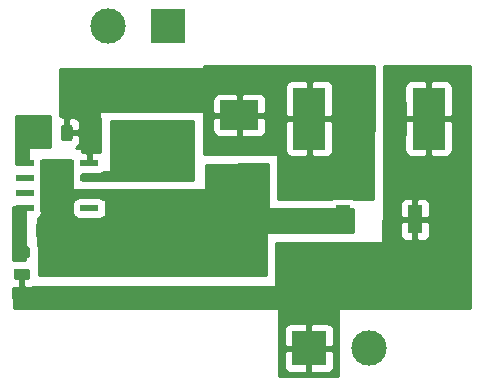
<source format=gbr>
G04 #@! TF.GenerationSoftware,KiCad,Pcbnew,(5.1.5)-3*
G04 #@! TF.CreationDate,2020-11-29T18:23:40-05:00*
G04 #@! TF.ProjectId,Buck_Controle,4275636b-5f43-46f6-9e74-726f6c652e6b,rev?*
G04 #@! TF.SameCoordinates,Original*
G04 #@! TF.FileFunction,Copper,L1,Top*
G04 #@! TF.FilePolarity,Positive*
%FSLAX46Y46*%
G04 Gerber Fmt 4.6, Leading zero omitted, Abs format (unit mm)*
G04 Created by KiCad (PCBNEW (5.1.5)-3) date 2020-11-29 18:23:40*
%MOMM*%
%LPD*%
G04 APERTURE LIST*
%ADD10C,3.000000*%
%ADD11R,3.000000X3.000000*%
%ADD12C,0.100000*%
%ADD13R,1.300000X2.400000*%
%ADD14R,2.800000X5.300000*%
%ADD15R,2.600000X3.100000*%
%ADD16R,2.950000X4.500000*%
%ADD17R,1.550000X0.600000*%
%ADD18C,0.600000*%
%ADD19R,3.300000X2.500000*%
%ADD20C,0.800000*%
%ADD21C,0.250000*%
%ADD22C,0.254000*%
G04 APERTURE END LIST*
D10*
X227500000Y-98250000D03*
D11*
X222420000Y-98250000D03*
D10*
X205420000Y-71000000D03*
D11*
X210500000Y-71000000D03*
G04 #@! TA.AperFunction,SMDPad,CuDef*
D12*
G36*
X202197642Y-79311174D02*
G01*
X202221303Y-79314684D01*
X202244507Y-79320496D01*
X202267029Y-79328554D01*
X202288653Y-79338782D01*
X202309170Y-79351079D01*
X202328383Y-79365329D01*
X202346107Y-79381393D01*
X202362171Y-79399117D01*
X202376421Y-79418330D01*
X202388718Y-79438847D01*
X202398946Y-79460471D01*
X202407004Y-79482993D01*
X202412816Y-79506197D01*
X202416326Y-79529858D01*
X202417500Y-79553750D01*
X202417500Y-80466250D01*
X202416326Y-80490142D01*
X202412816Y-80513803D01*
X202407004Y-80537007D01*
X202398946Y-80559529D01*
X202388718Y-80581153D01*
X202376421Y-80601670D01*
X202362171Y-80620883D01*
X202346107Y-80638607D01*
X202328383Y-80654671D01*
X202309170Y-80668921D01*
X202288653Y-80681218D01*
X202267029Y-80691446D01*
X202244507Y-80699504D01*
X202221303Y-80705316D01*
X202197642Y-80708826D01*
X202173750Y-80710000D01*
X201686250Y-80710000D01*
X201662358Y-80708826D01*
X201638697Y-80705316D01*
X201615493Y-80699504D01*
X201592971Y-80691446D01*
X201571347Y-80681218D01*
X201550830Y-80668921D01*
X201531617Y-80654671D01*
X201513893Y-80638607D01*
X201497829Y-80620883D01*
X201483579Y-80601670D01*
X201471282Y-80581153D01*
X201461054Y-80559529D01*
X201452996Y-80537007D01*
X201447184Y-80513803D01*
X201443674Y-80490142D01*
X201442500Y-80466250D01*
X201442500Y-79553750D01*
X201443674Y-79529858D01*
X201447184Y-79506197D01*
X201452996Y-79482993D01*
X201461054Y-79460471D01*
X201471282Y-79438847D01*
X201483579Y-79418330D01*
X201497829Y-79399117D01*
X201513893Y-79381393D01*
X201531617Y-79365329D01*
X201550830Y-79351079D01*
X201571347Y-79338782D01*
X201592971Y-79328554D01*
X201615493Y-79320496D01*
X201638697Y-79314684D01*
X201662358Y-79311174D01*
X201686250Y-79310000D01*
X202173750Y-79310000D01*
X202197642Y-79311174D01*
G37*
G04 #@! TD.AperFunction*
G04 #@! TA.AperFunction,SMDPad,CuDef*
G36*
X200322642Y-79311174D02*
G01*
X200346303Y-79314684D01*
X200369507Y-79320496D01*
X200392029Y-79328554D01*
X200413653Y-79338782D01*
X200434170Y-79351079D01*
X200453383Y-79365329D01*
X200471107Y-79381393D01*
X200487171Y-79399117D01*
X200501421Y-79418330D01*
X200513718Y-79438847D01*
X200523946Y-79460471D01*
X200532004Y-79482993D01*
X200537816Y-79506197D01*
X200541326Y-79529858D01*
X200542500Y-79553750D01*
X200542500Y-80466250D01*
X200541326Y-80490142D01*
X200537816Y-80513803D01*
X200532004Y-80537007D01*
X200523946Y-80559529D01*
X200513718Y-80581153D01*
X200501421Y-80601670D01*
X200487171Y-80620883D01*
X200471107Y-80638607D01*
X200453383Y-80654671D01*
X200434170Y-80668921D01*
X200413653Y-80681218D01*
X200392029Y-80691446D01*
X200369507Y-80699504D01*
X200346303Y-80705316D01*
X200322642Y-80708826D01*
X200298750Y-80710000D01*
X199811250Y-80710000D01*
X199787358Y-80708826D01*
X199763697Y-80705316D01*
X199740493Y-80699504D01*
X199717971Y-80691446D01*
X199696347Y-80681218D01*
X199675830Y-80668921D01*
X199656617Y-80654671D01*
X199638893Y-80638607D01*
X199622829Y-80620883D01*
X199608579Y-80601670D01*
X199596282Y-80581153D01*
X199586054Y-80559529D01*
X199577996Y-80537007D01*
X199572184Y-80513803D01*
X199568674Y-80490142D01*
X199567500Y-80466250D01*
X199567500Y-79553750D01*
X199568674Y-79529858D01*
X199572184Y-79506197D01*
X199577996Y-79482993D01*
X199586054Y-79460471D01*
X199596282Y-79438847D01*
X199608579Y-79418330D01*
X199622829Y-79399117D01*
X199638893Y-79381393D01*
X199656617Y-79365329D01*
X199675830Y-79351079D01*
X199696347Y-79338782D01*
X199717971Y-79328554D01*
X199740493Y-79320496D01*
X199763697Y-79314684D01*
X199787358Y-79311174D01*
X199811250Y-79310000D01*
X200298750Y-79310000D01*
X200322642Y-79311174D01*
G37*
G04 #@! TD.AperFunction*
D13*
X225300000Y-87350000D03*
X231400000Y-87350000D03*
D14*
X222450000Y-78800000D03*
X232550000Y-78800000D03*
G04 #@! TA.AperFunction,SMDPad,CuDef*
D12*
G36*
X200087142Y-87566174D02*
G01*
X200110803Y-87569684D01*
X200134007Y-87575496D01*
X200156529Y-87583554D01*
X200178153Y-87593782D01*
X200198670Y-87606079D01*
X200217883Y-87620329D01*
X200235607Y-87636393D01*
X200251671Y-87654117D01*
X200265921Y-87673330D01*
X200278218Y-87693847D01*
X200288446Y-87715471D01*
X200296504Y-87737993D01*
X200302316Y-87761197D01*
X200305826Y-87784858D01*
X200307000Y-87808750D01*
X200307000Y-88721250D01*
X200305826Y-88745142D01*
X200302316Y-88768803D01*
X200296504Y-88792007D01*
X200288446Y-88814529D01*
X200278218Y-88836153D01*
X200265921Y-88856670D01*
X200251671Y-88875883D01*
X200235607Y-88893607D01*
X200217883Y-88909671D01*
X200198670Y-88923921D01*
X200178153Y-88936218D01*
X200156529Y-88946446D01*
X200134007Y-88954504D01*
X200110803Y-88960316D01*
X200087142Y-88963826D01*
X200063250Y-88965000D01*
X199575750Y-88965000D01*
X199551858Y-88963826D01*
X199528197Y-88960316D01*
X199504993Y-88954504D01*
X199482471Y-88946446D01*
X199460847Y-88936218D01*
X199440330Y-88923921D01*
X199421117Y-88909671D01*
X199403393Y-88893607D01*
X199387329Y-88875883D01*
X199373079Y-88856670D01*
X199360782Y-88836153D01*
X199350554Y-88814529D01*
X199342496Y-88792007D01*
X199336684Y-88768803D01*
X199333174Y-88745142D01*
X199332000Y-88721250D01*
X199332000Y-87808750D01*
X199333174Y-87784858D01*
X199336684Y-87761197D01*
X199342496Y-87737993D01*
X199350554Y-87715471D01*
X199360782Y-87693847D01*
X199373079Y-87673330D01*
X199387329Y-87654117D01*
X199403393Y-87636393D01*
X199421117Y-87620329D01*
X199440330Y-87606079D01*
X199460847Y-87593782D01*
X199482471Y-87583554D01*
X199504993Y-87575496D01*
X199528197Y-87569684D01*
X199551858Y-87566174D01*
X199575750Y-87565000D01*
X200063250Y-87565000D01*
X200087142Y-87566174D01*
G37*
G04 #@! TD.AperFunction*
G04 #@! TA.AperFunction,SMDPad,CuDef*
G36*
X198212142Y-87566174D02*
G01*
X198235803Y-87569684D01*
X198259007Y-87575496D01*
X198281529Y-87583554D01*
X198303153Y-87593782D01*
X198323670Y-87606079D01*
X198342883Y-87620329D01*
X198360607Y-87636393D01*
X198376671Y-87654117D01*
X198390921Y-87673330D01*
X198403218Y-87693847D01*
X198413446Y-87715471D01*
X198421504Y-87737993D01*
X198427316Y-87761197D01*
X198430826Y-87784858D01*
X198432000Y-87808750D01*
X198432000Y-88721250D01*
X198430826Y-88745142D01*
X198427316Y-88768803D01*
X198421504Y-88792007D01*
X198413446Y-88814529D01*
X198403218Y-88836153D01*
X198390921Y-88856670D01*
X198376671Y-88875883D01*
X198360607Y-88893607D01*
X198342883Y-88909671D01*
X198323670Y-88923921D01*
X198303153Y-88936218D01*
X198281529Y-88946446D01*
X198259007Y-88954504D01*
X198235803Y-88960316D01*
X198212142Y-88963826D01*
X198188250Y-88965000D01*
X197700750Y-88965000D01*
X197676858Y-88963826D01*
X197653197Y-88960316D01*
X197629993Y-88954504D01*
X197607471Y-88946446D01*
X197585847Y-88936218D01*
X197565330Y-88923921D01*
X197546117Y-88909671D01*
X197528393Y-88893607D01*
X197512329Y-88875883D01*
X197498079Y-88856670D01*
X197485782Y-88836153D01*
X197475554Y-88814529D01*
X197467496Y-88792007D01*
X197461684Y-88768803D01*
X197458174Y-88745142D01*
X197457000Y-88721250D01*
X197457000Y-87808750D01*
X197458174Y-87784858D01*
X197461684Y-87761197D01*
X197467496Y-87737993D01*
X197475554Y-87715471D01*
X197485782Y-87693847D01*
X197498079Y-87673330D01*
X197512329Y-87654117D01*
X197528393Y-87636393D01*
X197546117Y-87620329D01*
X197565330Y-87606079D01*
X197585847Y-87593782D01*
X197607471Y-87583554D01*
X197629993Y-87575496D01*
X197653197Y-87569684D01*
X197676858Y-87566174D01*
X197700750Y-87565000D01*
X198188250Y-87565000D01*
X198212142Y-87566174D01*
G37*
G04 #@! TD.AperFunction*
G04 #@! TA.AperFunction,SMDPad,CuDef*
G36*
X198600142Y-91510174D02*
G01*
X198623803Y-91513684D01*
X198647007Y-91519496D01*
X198669529Y-91527554D01*
X198691153Y-91537782D01*
X198711670Y-91550079D01*
X198730883Y-91564329D01*
X198748607Y-91580393D01*
X198764671Y-91598117D01*
X198778921Y-91617330D01*
X198791218Y-91637847D01*
X198801446Y-91659471D01*
X198809504Y-91681993D01*
X198815316Y-91705197D01*
X198818826Y-91728858D01*
X198820000Y-91752750D01*
X198820000Y-92240250D01*
X198818826Y-92264142D01*
X198815316Y-92287803D01*
X198809504Y-92311007D01*
X198801446Y-92333529D01*
X198791218Y-92355153D01*
X198778921Y-92375670D01*
X198764671Y-92394883D01*
X198748607Y-92412607D01*
X198730883Y-92428671D01*
X198711670Y-92442921D01*
X198691153Y-92455218D01*
X198669529Y-92465446D01*
X198647007Y-92473504D01*
X198623803Y-92479316D01*
X198600142Y-92482826D01*
X198576250Y-92484000D01*
X197663750Y-92484000D01*
X197639858Y-92482826D01*
X197616197Y-92479316D01*
X197592993Y-92473504D01*
X197570471Y-92465446D01*
X197548847Y-92455218D01*
X197528330Y-92442921D01*
X197509117Y-92428671D01*
X197491393Y-92412607D01*
X197475329Y-92394883D01*
X197461079Y-92375670D01*
X197448782Y-92355153D01*
X197438554Y-92333529D01*
X197430496Y-92311007D01*
X197424684Y-92287803D01*
X197421174Y-92264142D01*
X197420000Y-92240250D01*
X197420000Y-91752750D01*
X197421174Y-91728858D01*
X197424684Y-91705197D01*
X197430496Y-91681993D01*
X197438554Y-91659471D01*
X197448782Y-91637847D01*
X197461079Y-91617330D01*
X197475329Y-91598117D01*
X197491393Y-91580393D01*
X197509117Y-91564329D01*
X197528330Y-91550079D01*
X197548847Y-91537782D01*
X197570471Y-91527554D01*
X197592993Y-91519496D01*
X197616197Y-91513684D01*
X197639858Y-91510174D01*
X197663750Y-91509000D01*
X198576250Y-91509000D01*
X198600142Y-91510174D01*
G37*
G04 #@! TD.AperFunction*
G04 #@! TA.AperFunction,SMDPad,CuDef*
G36*
X198600142Y-89635174D02*
G01*
X198623803Y-89638684D01*
X198647007Y-89644496D01*
X198669529Y-89652554D01*
X198691153Y-89662782D01*
X198711670Y-89675079D01*
X198730883Y-89689329D01*
X198748607Y-89705393D01*
X198764671Y-89723117D01*
X198778921Y-89742330D01*
X198791218Y-89762847D01*
X198801446Y-89784471D01*
X198809504Y-89806993D01*
X198815316Y-89830197D01*
X198818826Y-89853858D01*
X198820000Y-89877750D01*
X198820000Y-90365250D01*
X198818826Y-90389142D01*
X198815316Y-90412803D01*
X198809504Y-90436007D01*
X198801446Y-90458529D01*
X198791218Y-90480153D01*
X198778921Y-90500670D01*
X198764671Y-90519883D01*
X198748607Y-90537607D01*
X198730883Y-90553671D01*
X198711670Y-90567921D01*
X198691153Y-90580218D01*
X198669529Y-90590446D01*
X198647007Y-90598504D01*
X198623803Y-90604316D01*
X198600142Y-90607826D01*
X198576250Y-90609000D01*
X197663750Y-90609000D01*
X197639858Y-90607826D01*
X197616197Y-90604316D01*
X197592993Y-90598504D01*
X197570471Y-90590446D01*
X197548847Y-90580218D01*
X197528330Y-90567921D01*
X197509117Y-90553671D01*
X197491393Y-90537607D01*
X197475329Y-90519883D01*
X197461079Y-90500670D01*
X197448782Y-90480153D01*
X197438554Y-90458529D01*
X197430496Y-90436007D01*
X197424684Y-90412803D01*
X197421174Y-90389142D01*
X197420000Y-90365250D01*
X197420000Y-89877750D01*
X197421174Y-89853858D01*
X197424684Y-89830197D01*
X197430496Y-89806993D01*
X197438554Y-89784471D01*
X197448782Y-89762847D01*
X197461079Y-89742330D01*
X197475329Y-89723117D01*
X197491393Y-89705393D01*
X197509117Y-89689329D01*
X197528330Y-89675079D01*
X197548847Y-89662782D01*
X197570471Y-89652554D01*
X197592993Y-89644496D01*
X197616197Y-89638684D01*
X197639858Y-89635174D01*
X197663750Y-89634000D01*
X198576250Y-89634000D01*
X198600142Y-89635174D01*
G37*
G04 #@! TD.AperFunction*
D15*
X201105001Y-84485001D03*
D16*
X201105001Y-84485001D03*
D17*
X198405001Y-82580001D03*
X198405001Y-83850001D03*
X198405001Y-85120001D03*
X198405001Y-86390001D03*
X203805001Y-86390001D03*
X203805001Y-85120001D03*
X203805001Y-83850001D03*
X203805001Y-82580001D03*
D18*
X200505001Y-82685001D03*
X200505001Y-83885001D03*
X201705001Y-83885001D03*
X201705001Y-82685001D03*
X200505001Y-86285001D03*
X200505001Y-85185001D03*
X201705001Y-85185001D03*
X201705001Y-86285001D03*
D19*
X216535000Y-78515000D03*
X216535000Y-85315000D03*
G04 #@! TA.AperFunction,SMDPad,CuDef*
D12*
G36*
X210665142Y-82901174D02*
G01*
X210688803Y-82904684D01*
X210712007Y-82910496D01*
X210734529Y-82918554D01*
X210756153Y-82928782D01*
X210776670Y-82941079D01*
X210795883Y-82955329D01*
X210813607Y-82971393D01*
X210829671Y-82989117D01*
X210843921Y-83008330D01*
X210856218Y-83028847D01*
X210866446Y-83050471D01*
X210874504Y-83072993D01*
X210880316Y-83096197D01*
X210883826Y-83119858D01*
X210885000Y-83143750D01*
X210885000Y-83631250D01*
X210883826Y-83655142D01*
X210880316Y-83678803D01*
X210874504Y-83702007D01*
X210866446Y-83724529D01*
X210856218Y-83746153D01*
X210843921Y-83766670D01*
X210829671Y-83785883D01*
X210813607Y-83803607D01*
X210795883Y-83819671D01*
X210776670Y-83833921D01*
X210756153Y-83846218D01*
X210734529Y-83856446D01*
X210712007Y-83864504D01*
X210688803Y-83870316D01*
X210665142Y-83873826D01*
X210641250Y-83875000D01*
X209728750Y-83875000D01*
X209704858Y-83873826D01*
X209681197Y-83870316D01*
X209657993Y-83864504D01*
X209635471Y-83856446D01*
X209613847Y-83846218D01*
X209593330Y-83833921D01*
X209574117Y-83819671D01*
X209556393Y-83803607D01*
X209540329Y-83785883D01*
X209526079Y-83766670D01*
X209513782Y-83746153D01*
X209503554Y-83724529D01*
X209495496Y-83702007D01*
X209489684Y-83678803D01*
X209486174Y-83655142D01*
X209485000Y-83631250D01*
X209485000Y-83143750D01*
X209486174Y-83119858D01*
X209489684Y-83096197D01*
X209495496Y-83072993D01*
X209503554Y-83050471D01*
X209513782Y-83028847D01*
X209526079Y-83008330D01*
X209540329Y-82989117D01*
X209556393Y-82971393D01*
X209574117Y-82955329D01*
X209593330Y-82941079D01*
X209613847Y-82928782D01*
X209635471Y-82918554D01*
X209657993Y-82910496D01*
X209681197Y-82904684D01*
X209704858Y-82901174D01*
X209728750Y-82900000D01*
X210641250Y-82900000D01*
X210665142Y-82901174D01*
G37*
G04 #@! TD.AperFunction*
G04 #@! TA.AperFunction,SMDPad,CuDef*
G36*
X210665142Y-84776174D02*
G01*
X210688803Y-84779684D01*
X210712007Y-84785496D01*
X210734529Y-84793554D01*
X210756153Y-84803782D01*
X210776670Y-84816079D01*
X210795883Y-84830329D01*
X210813607Y-84846393D01*
X210829671Y-84864117D01*
X210843921Y-84883330D01*
X210856218Y-84903847D01*
X210866446Y-84925471D01*
X210874504Y-84947993D01*
X210880316Y-84971197D01*
X210883826Y-84994858D01*
X210885000Y-85018750D01*
X210885000Y-85506250D01*
X210883826Y-85530142D01*
X210880316Y-85553803D01*
X210874504Y-85577007D01*
X210866446Y-85599529D01*
X210856218Y-85621153D01*
X210843921Y-85641670D01*
X210829671Y-85660883D01*
X210813607Y-85678607D01*
X210795883Y-85694671D01*
X210776670Y-85708921D01*
X210756153Y-85721218D01*
X210734529Y-85731446D01*
X210712007Y-85739504D01*
X210688803Y-85745316D01*
X210665142Y-85748826D01*
X210641250Y-85750000D01*
X209728750Y-85750000D01*
X209704858Y-85748826D01*
X209681197Y-85745316D01*
X209657993Y-85739504D01*
X209635471Y-85731446D01*
X209613847Y-85721218D01*
X209593330Y-85708921D01*
X209574117Y-85694671D01*
X209556393Y-85678607D01*
X209540329Y-85660883D01*
X209526079Y-85641670D01*
X209513782Y-85621153D01*
X209503554Y-85599529D01*
X209495496Y-85577007D01*
X209489684Y-85553803D01*
X209486174Y-85530142D01*
X209485000Y-85506250D01*
X209485000Y-85018750D01*
X209486174Y-84994858D01*
X209489684Y-84971197D01*
X209495496Y-84947993D01*
X209503554Y-84925471D01*
X209513782Y-84903847D01*
X209526079Y-84883330D01*
X209540329Y-84864117D01*
X209556393Y-84846393D01*
X209574117Y-84830329D01*
X209593330Y-84816079D01*
X209613847Y-84803782D01*
X209635471Y-84793554D01*
X209657993Y-84785496D01*
X209681197Y-84779684D01*
X209704858Y-84776174D01*
X209728750Y-84775000D01*
X210641250Y-84775000D01*
X210665142Y-84776174D01*
G37*
G04 #@! TD.AperFunction*
G04 #@! TA.AperFunction,SMDPad,CuDef*
G36*
X208760142Y-84776174D02*
G01*
X208783803Y-84779684D01*
X208807007Y-84785496D01*
X208829529Y-84793554D01*
X208851153Y-84803782D01*
X208871670Y-84816079D01*
X208890883Y-84830329D01*
X208908607Y-84846393D01*
X208924671Y-84864117D01*
X208938921Y-84883330D01*
X208951218Y-84903847D01*
X208961446Y-84925471D01*
X208969504Y-84947993D01*
X208975316Y-84971197D01*
X208978826Y-84994858D01*
X208980000Y-85018750D01*
X208980000Y-85506250D01*
X208978826Y-85530142D01*
X208975316Y-85553803D01*
X208969504Y-85577007D01*
X208961446Y-85599529D01*
X208951218Y-85621153D01*
X208938921Y-85641670D01*
X208924671Y-85660883D01*
X208908607Y-85678607D01*
X208890883Y-85694671D01*
X208871670Y-85708921D01*
X208851153Y-85721218D01*
X208829529Y-85731446D01*
X208807007Y-85739504D01*
X208783803Y-85745316D01*
X208760142Y-85748826D01*
X208736250Y-85750000D01*
X207823750Y-85750000D01*
X207799858Y-85748826D01*
X207776197Y-85745316D01*
X207752993Y-85739504D01*
X207730471Y-85731446D01*
X207708847Y-85721218D01*
X207688330Y-85708921D01*
X207669117Y-85694671D01*
X207651393Y-85678607D01*
X207635329Y-85660883D01*
X207621079Y-85641670D01*
X207608782Y-85621153D01*
X207598554Y-85599529D01*
X207590496Y-85577007D01*
X207584684Y-85553803D01*
X207581174Y-85530142D01*
X207580000Y-85506250D01*
X207580000Y-85018750D01*
X207581174Y-84994858D01*
X207584684Y-84971197D01*
X207590496Y-84947993D01*
X207598554Y-84925471D01*
X207608782Y-84903847D01*
X207621079Y-84883330D01*
X207635329Y-84864117D01*
X207651393Y-84846393D01*
X207669117Y-84830329D01*
X207688330Y-84816079D01*
X207708847Y-84803782D01*
X207730471Y-84793554D01*
X207752993Y-84785496D01*
X207776197Y-84779684D01*
X207799858Y-84776174D01*
X207823750Y-84775000D01*
X208736250Y-84775000D01*
X208760142Y-84776174D01*
G37*
G04 #@! TD.AperFunction*
G04 #@! TA.AperFunction,SMDPad,CuDef*
G36*
X208760142Y-82901174D02*
G01*
X208783803Y-82904684D01*
X208807007Y-82910496D01*
X208829529Y-82918554D01*
X208851153Y-82928782D01*
X208871670Y-82941079D01*
X208890883Y-82955329D01*
X208908607Y-82971393D01*
X208924671Y-82989117D01*
X208938921Y-83008330D01*
X208951218Y-83028847D01*
X208961446Y-83050471D01*
X208969504Y-83072993D01*
X208975316Y-83096197D01*
X208978826Y-83119858D01*
X208980000Y-83143750D01*
X208980000Y-83631250D01*
X208978826Y-83655142D01*
X208975316Y-83678803D01*
X208969504Y-83702007D01*
X208961446Y-83724529D01*
X208951218Y-83746153D01*
X208938921Y-83766670D01*
X208924671Y-83785883D01*
X208908607Y-83803607D01*
X208890883Y-83819671D01*
X208871670Y-83833921D01*
X208851153Y-83846218D01*
X208829529Y-83856446D01*
X208807007Y-83864504D01*
X208783803Y-83870316D01*
X208760142Y-83873826D01*
X208736250Y-83875000D01*
X207823750Y-83875000D01*
X207799858Y-83873826D01*
X207776197Y-83870316D01*
X207752993Y-83864504D01*
X207730471Y-83856446D01*
X207708847Y-83846218D01*
X207688330Y-83833921D01*
X207669117Y-83819671D01*
X207651393Y-83803607D01*
X207635329Y-83785883D01*
X207621079Y-83766670D01*
X207608782Y-83746153D01*
X207598554Y-83724529D01*
X207590496Y-83702007D01*
X207584684Y-83678803D01*
X207581174Y-83655142D01*
X207580000Y-83631250D01*
X207580000Y-83143750D01*
X207581174Y-83119858D01*
X207584684Y-83096197D01*
X207590496Y-83072993D01*
X207598554Y-83050471D01*
X207608782Y-83028847D01*
X207621079Y-83008330D01*
X207635329Y-82989117D01*
X207651393Y-82971393D01*
X207669117Y-82955329D01*
X207688330Y-82941079D01*
X207708847Y-82928782D01*
X207730471Y-82918554D01*
X207752993Y-82910496D01*
X207776197Y-82904684D01*
X207799858Y-82901174D01*
X207823750Y-82900000D01*
X208736250Y-82900000D01*
X208760142Y-82901174D01*
G37*
G04 #@! TD.AperFunction*
G04 #@! TA.AperFunction,SMDPad,CuDef*
G36*
X206855142Y-82901174D02*
G01*
X206878803Y-82904684D01*
X206902007Y-82910496D01*
X206924529Y-82918554D01*
X206946153Y-82928782D01*
X206966670Y-82941079D01*
X206985883Y-82955329D01*
X207003607Y-82971393D01*
X207019671Y-82989117D01*
X207033921Y-83008330D01*
X207046218Y-83028847D01*
X207056446Y-83050471D01*
X207064504Y-83072993D01*
X207070316Y-83096197D01*
X207073826Y-83119858D01*
X207075000Y-83143750D01*
X207075000Y-83631250D01*
X207073826Y-83655142D01*
X207070316Y-83678803D01*
X207064504Y-83702007D01*
X207056446Y-83724529D01*
X207046218Y-83746153D01*
X207033921Y-83766670D01*
X207019671Y-83785883D01*
X207003607Y-83803607D01*
X206985883Y-83819671D01*
X206966670Y-83833921D01*
X206946153Y-83846218D01*
X206924529Y-83856446D01*
X206902007Y-83864504D01*
X206878803Y-83870316D01*
X206855142Y-83873826D01*
X206831250Y-83875000D01*
X205918750Y-83875000D01*
X205894858Y-83873826D01*
X205871197Y-83870316D01*
X205847993Y-83864504D01*
X205825471Y-83856446D01*
X205803847Y-83846218D01*
X205783330Y-83833921D01*
X205764117Y-83819671D01*
X205746393Y-83803607D01*
X205730329Y-83785883D01*
X205716079Y-83766670D01*
X205703782Y-83746153D01*
X205693554Y-83724529D01*
X205685496Y-83702007D01*
X205679684Y-83678803D01*
X205676174Y-83655142D01*
X205675000Y-83631250D01*
X205675000Y-83143750D01*
X205676174Y-83119858D01*
X205679684Y-83096197D01*
X205685496Y-83072993D01*
X205693554Y-83050471D01*
X205703782Y-83028847D01*
X205716079Y-83008330D01*
X205730329Y-82989117D01*
X205746393Y-82971393D01*
X205764117Y-82955329D01*
X205783330Y-82941079D01*
X205803847Y-82928782D01*
X205825471Y-82918554D01*
X205847993Y-82910496D01*
X205871197Y-82904684D01*
X205894858Y-82901174D01*
X205918750Y-82900000D01*
X206831250Y-82900000D01*
X206855142Y-82901174D01*
G37*
G04 #@! TD.AperFunction*
G04 #@! TA.AperFunction,SMDPad,CuDef*
G36*
X206855142Y-84776174D02*
G01*
X206878803Y-84779684D01*
X206902007Y-84785496D01*
X206924529Y-84793554D01*
X206946153Y-84803782D01*
X206966670Y-84816079D01*
X206985883Y-84830329D01*
X207003607Y-84846393D01*
X207019671Y-84864117D01*
X207033921Y-84883330D01*
X207046218Y-84903847D01*
X207056446Y-84925471D01*
X207064504Y-84947993D01*
X207070316Y-84971197D01*
X207073826Y-84994858D01*
X207075000Y-85018750D01*
X207075000Y-85506250D01*
X207073826Y-85530142D01*
X207070316Y-85553803D01*
X207064504Y-85577007D01*
X207056446Y-85599529D01*
X207046218Y-85621153D01*
X207033921Y-85641670D01*
X207019671Y-85660883D01*
X207003607Y-85678607D01*
X206985883Y-85694671D01*
X206966670Y-85708921D01*
X206946153Y-85721218D01*
X206924529Y-85731446D01*
X206902007Y-85739504D01*
X206878803Y-85745316D01*
X206855142Y-85748826D01*
X206831250Y-85750000D01*
X205918750Y-85750000D01*
X205894858Y-85748826D01*
X205871197Y-85745316D01*
X205847993Y-85739504D01*
X205825471Y-85731446D01*
X205803847Y-85721218D01*
X205783330Y-85708921D01*
X205764117Y-85694671D01*
X205746393Y-85678607D01*
X205730329Y-85660883D01*
X205716079Y-85641670D01*
X205703782Y-85621153D01*
X205693554Y-85599529D01*
X205685496Y-85577007D01*
X205679684Y-85553803D01*
X205676174Y-85530142D01*
X205675000Y-85506250D01*
X205675000Y-85018750D01*
X205676174Y-84994858D01*
X205679684Y-84971197D01*
X205685496Y-84947993D01*
X205693554Y-84925471D01*
X205703782Y-84903847D01*
X205716079Y-84883330D01*
X205730329Y-84864117D01*
X205746393Y-84846393D01*
X205764117Y-84830329D01*
X205783330Y-84816079D01*
X205803847Y-84803782D01*
X205825471Y-84793554D01*
X205847993Y-84785496D01*
X205871197Y-84779684D01*
X205894858Y-84776174D01*
X205918750Y-84775000D01*
X206831250Y-84775000D01*
X206855142Y-84776174D01*
G37*
G04 #@! TD.AperFunction*
D20*
X206250000Y-80250000D03*
X208250000Y-80250000D03*
X210250000Y-80250000D03*
X210250000Y-81500000D03*
X208250000Y-81500000D03*
X206250000Y-81500000D03*
X212000000Y-80250000D03*
X212000000Y-81500000D03*
D21*
X200700003Y-84485001D02*
X201105001Y-84485001D01*
X203947500Y-85262500D02*
X203805001Y-85120001D01*
X201740001Y-85120001D02*
X201105001Y-84485001D01*
X231400000Y-88800000D02*
X231400000Y-87350000D01*
X231400000Y-90100000D02*
X231400000Y-88800000D01*
D22*
G36*
X236050703Y-94873000D02*
G01*
X197429870Y-94873000D01*
X197393173Y-93119430D01*
X197420000Y-93122072D01*
X197834250Y-93119000D01*
X197993000Y-92960250D01*
X197993000Y-92123500D01*
X197973000Y-92123500D01*
X197973000Y-91869500D01*
X197993000Y-91869500D01*
X197993000Y-91849500D01*
X198247000Y-91849500D01*
X198247000Y-91869500D01*
X198267000Y-91869500D01*
X198267000Y-92123500D01*
X198247000Y-92123500D01*
X198247000Y-92960250D01*
X198405750Y-93119000D01*
X198820000Y-93122072D01*
X198944482Y-93109812D01*
X199064180Y-93073502D01*
X199151178Y-93027000D01*
X219500000Y-93027000D01*
X219524776Y-93024560D01*
X219548601Y-93017333D01*
X219570557Y-93005597D01*
X219589803Y-92989803D01*
X219605597Y-92970557D01*
X219617333Y-92948601D01*
X219624560Y-92924776D01*
X219627000Y-92900000D01*
X219627000Y-89377000D01*
X228600000Y-89377000D01*
X228624776Y-89374560D01*
X228648601Y-89367333D01*
X228670557Y-89355597D01*
X228689803Y-89339803D01*
X228705597Y-89320557D01*
X228717333Y-89298601D01*
X228724560Y-89274776D01*
X228726998Y-89250762D01*
X228731202Y-88550000D01*
X230111928Y-88550000D01*
X230124188Y-88674482D01*
X230160498Y-88794180D01*
X230219463Y-88904494D01*
X230298815Y-89001185D01*
X230395506Y-89080537D01*
X230505820Y-89139502D01*
X230625518Y-89175812D01*
X230750000Y-89188072D01*
X231114250Y-89185000D01*
X231273000Y-89026250D01*
X231273000Y-87477000D01*
X231527000Y-87477000D01*
X231527000Y-89026250D01*
X231685750Y-89185000D01*
X232050000Y-89188072D01*
X232174482Y-89175812D01*
X232294180Y-89139502D01*
X232404494Y-89080537D01*
X232501185Y-89001185D01*
X232580537Y-88904494D01*
X232639502Y-88794180D01*
X232675812Y-88674482D01*
X232688072Y-88550000D01*
X232685000Y-87635750D01*
X232526250Y-87477000D01*
X231527000Y-87477000D01*
X231273000Y-87477000D01*
X230273750Y-87477000D01*
X230115000Y-87635750D01*
X230111928Y-88550000D01*
X228731202Y-88550000D01*
X228745602Y-86150000D01*
X230111928Y-86150000D01*
X230115000Y-87064250D01*
X230273750Y-87223000D01*
X231273000Y-87223000D01*
X231273000Y-85673750D01*
X231527000Y-85673750D01*
X231527000Y-87223000D01*
X232526250Y-87223000D01*
X232685000Y-87064250D01*
X232688072Y-86150000D01*
X232675812Y-86025518D01*
X232639502Y-85905820D01*
X232580537Y-85795506D01*
X232501185Y-85698815D01*
X232404494Y-85619463D01*
X232294180Y-85560498D01*
X232174482Y-85524188D01*
X232050000Y-85511928D01*
X231685750Y-85515000D01*
X231527000Y-85673750D01*
X231273000Y-85673750D01*
X231114250Y-85515000D01*
X230750000Y-85511928D01*
X230625518Y-85524188D01*
X230505820Y-85560498D01*
X230395506Y-85619463D01*
X230298815Y-85698815D01*
X230219463Y-85795506D01*
X230160498Y-85905820D01*
X230124188Y-86025518D01*
X230111928Y-86150000D01*
X228745602Y-86150000D01*
X228773802Y-81450000D01*
X230511928Y-81450000D01*
X230524188Y-81574482D01*
X230560498Y-81694180D01*
X230619463Y-81804494D01*
X230698815Y-81901185D01*
X230795506Y-81980537D01*
X230905820Y-82039502D01*
X231025518Y-82075812D01*
X231150000Y-82088072D01*
X232264250Y-82085000D01*
X232423000Y-81926250D01*
X232423000Y-78927000D01*
X232677000Y-78927000D01*
X232677000Y-81926250D01*
X232835750Y-82085000D01*
X233950000Y-82088072D01*
X234074482Y-82075812D01*
X234194180Y-82039502D01*
X234304494Y-81980537D01*
X234401185Y-81901185D01*
X234480537Y-81804494D01*
X234539502Y-81694180D01*
X234575812Y-81574482D01*
X234588072Y-81450000D01*
X234585000Y-79085750D01*
X234426250Y-78927000D01*
X232677000Y-78927000D01*
X232423000Y-78927000D01*
X230673750Y-78927000D01*
X230515000Y-79085750D01*
X230511928Y-81450000D01*
X228773802Y-81450000D01*
X228805602Y-76150000D01*
X230511928Y-76150000D01*
X230515000Y-78514250D01*
X230673750Y-78673000D01*
X232423000Y-78673000D01*
X232423000Y-75673750D01*
X232677000Y-75673750D01*
X232677000Y-78673000D01*
X234426250Y-78673000D01*
X234585000Y-78514250D01*
X234588072Y-76150000D01*
X234575812Y-76025518D01*
X234539502Y-75905820D01*
X234480537Y-75795506D01*
X234401185Y-75698815D01*
X234304494Y-75619463D01*
X234194180Y-75560498D01*
X234074482Y-75524188D01*
X233950000Y-75511928D01*
X232835750Y-75515000D01*
X232677000Y-75673750D01*
X232423000Y-75673750D01*
X232264250Y-75515000D01*
X231150000Y-75511928D01*
X231025518Y-75524188D01*
X230905820Y-75560498D01*
X230795506Y-75619463D01*
X230698815Y-75698815D01*
X230619463Y-75795506D01*
X230560498Y-75905820D01*
X230524188Y-76025518D01*
X230511928Y-76150000D01*
X228805602Y-76150000D01*
X228816241Y-74377000D01*
X236064943Y-74377000D01*
X236050703Y-94873000D01*
G37*
X236050703Y-94873000D02*
X197429870Y-94873000D01*
X197393173Y-93119430D01*
X197420000Y-93122072D01*
X197834250Y-93119000D01*
X197993000Y-92960250D01*
X197993000Y-92123500D01*
X197973000Y-92123500D01*
X197973000Y-91869500D01*
X197993000Y-91869500D01*
X197993000Y-91849500D01*
X198247000Y-91849500D01*
X198247000Y-91869500D01*
X198267000Y-91869500D01*
X198267000Y-92123500D01*
X198247000Y-92123500D01*
X198247000Y-92960250D01*
X198405750Y-93119000D01*
X198820000Y-93122072D01*
X198944482Y-93109812D01*
X199064180Y-93073502D01*
X199151178Y-93027000D01*
X219500000Y-93027000D01*
X219524776Y-93024560D01*
X219548601Y-93017333D01*
X219570557Y-93005597D01*
X219589803Y-92989803D01*
X219605597Y-92970557D01*
X219617333Y-92948601D01*
X219624560Y-92924776D01*
X219627000Y-92900000D01*
X219627000Y-89377000D01*
X228600000Y-89377000D01*
X228624776Y-89374560D01*
X228648601Y-89367333D01*
X228670557Y-89355597D01*
X228689803Y-89339803D01*
X228705597Y-89320557D01*
X228717333Y-89298601D01*
X228724560Y-89274776D01*
X228726998Y-89250762D01*
X228731202Y-88550000D01*
X230111928Y-88550000D01*
X230124188Y-88674482D01*
X230160498Y-88794180D01*
X230219463Y-88904494D01*
X230298815Y-89001185D01*
X230395506Y-89080537D01*
X230505820Y-89139502D01*
X230625518Y-89175812D01*
X230750000Y-89188072D01*
X231114250Y-89185000D01*
X231273000Y-89026250D01*
X231273000Y-87477000D01*
X231527000Y-87477000D01*
X231527000Y-89026250D01*
X231685750Y-89185000D01*
X232050000Y-89188072D01*
X232174482Y-89175812D01*
X232294180Y-89139502D01*
X232404494Y-89080537D01*
X232501185Y-89001185D01*
X232580537Y-88904494D01*
X232639502Y-88794180D01*
X232675812Y-88674482D01*
X232688072Y-88550000D01*
X232685000Y-87635750D01*
X232526250Y-87477000D01*
X231527000Y-87477000D01*
X231273000Y-87477000D01*
X230273750Y-87477000D01*
X230115000Y-87635750D01*
X230111928Y-88550000D01*
X228731202Y-88550000D01*
X228745602Y-86150000D01*
X230111928Y-86150000D01*
X230115000Y-87064250D01*
X230273750Y-87223000D01*
X231273000Y-87223000D01*
X231273000Y-85673750D01*
X231527000Y-85673750D01*
X231527000Y-87223000D01*
X232526250Y-87223000D01*
X232685000Y-87064250D01*
X232688072Y-86150000D01*
X232675812Y-86025518D01*
X232639502Y-85905820D01*
X232580537Y-85795506D01*
X232501185Y-85698815D01*
X232404494Y-85619463D01*
X232294180Y-85560498D01*
X232174482Y-85524188D01*
X232050000Y-85511928D01*
X231685750Y-85515000D01*
X231527000Y-85673750D01*
X231273000Y-85673750D01*
X231114250Y-85515000D01*
X230750000Y-85511928D01*
X230625518Y-85524188D01*
X230505820Y-85560498D01*
X230395506Y-85619463D01*
X230298815Y-85698815D01*
X230219463Y-85795506D01*
X230160498Y-85905820D01*
X230124188Y-86025518D01*
X230111928Y-86150000D01*
X228745602Y-86150000D01*
X228773802Y-81450000D01*
X230511928Y-81450000D01*
X230524188Y-81574482D01*
X230560498Y-81694180D01*
X230619463Y-81804494D01*
X230698815Y-81901185D01*
X230795506Y-81980537D01*
X230905820Y-82039502D01*
X231025518Y-82075812D01*
X231150000Y-82088072D01*
X232264250Y-82085000D01*
X232423000Y-81926250D01*
X232423000Y-78927000D01*
X232677000Y-78927000D01*
X232677000Y-81926250D01*
X232835750Y-82085000D01*
X233950000Y-82088072D01*
X234074482Y-82075812D01*
X234194180Y-82039502D01*
X234304494Y-81980537D01*
X234401185Y-81901185D01*
X234480537Y-81804494D01*
X234539502Y-81694180D01*
X234575812Y-81574482D01*
X234588072Y-81450000D01*
X234585000Y-79085750D01*
X234426250Y-78927000D01*
X232677000Y-78927000D01*
X232423000Y-78927000D01*
X230673750Y-78927000D01*
X230515000Y-79085750D01*
X230511928Y-81450000D01*
X228773802Y-81450000D01*
X228805602Y-76150000D01*
X230511928Y-76150000D01*
X230515000Y-78514250D01*
X230673750Y-78673000D01*
X232423000Y-78673000D01*
X232423000Y-75673750D01*
X232677000Y-75673750D01*
X232677000Y-78673000D01*
X234426250Y-78673000D01*
X234585000Y-78514250D01*
X234588072Y-76150000D01*
X234575812Y-76025518D01*
X234539502Y-75905820D01*
X234480537Y-75795506D01*
X234401185Y-75698815D01*
X234304494Y-75619463D01*
X234194180Y-75560498D01*
X234074482Y-75524188D01*
X233950000Y-75511928D01*
X232835750Y-75515000D01*
X232677000Y-75673750D01*
X232423000Y-75673750D01*
X232264250Y-75515000D01*
X231150000Y-75511928D01*
X231025518Y-75524188D01*
X230905820Y-75560498D01*
X230795506Y-75619463D01*
X230698815Y-75698815D01*
X230619463Y-75795506D01*
X230560498Y-75905820D01*
X230524188Y-76025518D01*
X230511928Y-76150000D01*
X228805602Y-76150000D01*
X228816241Y-74377000D01*
X236064943Y-74377000D01*
X236050703Y-94873000D01*
G36*
X227838965Y-85598000D02*
G01*
X226264340Y-85598000D01*
X226194180Y-85560498D01*
X226074482Y-85524188D01*
X225950000Y-85511928D01*
X224650000Y-85511928D01*
X224525518Y-85524188D01*
X224405820Y-85560498D01*
X224335660Y-85598000D01*
X219837000Y-85598000D01*
X219837000Y-81915000D01*
X219834560Y-81890224D01*
X219827333Y-81866399D01*
X219815597Y-81844443D01*
X219799803Y-81825197D01*
X219780557Y-81809403D01*
X219758601Y-81797667D01*
X219734776Y-81790440D01*
X219710304Y-81788000D01*
X213576959Y-81773303D01*
X213576854Y-81450000D01*
X220411928Y-81450000D01*
X220424188Y-81574482D01*
X220460498Y-81694180D01*
X220519463Y-81804494D01*
X220598815Y-81901185D01*
X220695506Y-81980537D01*
X220805820Y-82039502D01*
X220925518Y-82075812D01*
X221050000Y-82088072D01*
X222164250Y-82085000D01*
X222323000Y-81926250D01*
X222323000Y-78927000D01*
X222577000Y-78927000D01*
X222577000Y-81926250D01*
X222735750Y-82085000D01*
X223850000Y-82088072D01*
X223974482Y-82075812D01*
X224094180Y-82039502D01*
X224204494Y-81980537D01*
X224301185Y-81901185D01*
X224380537Y-81804494D01*
X224439502Y-81694180D01*
X224475812Y-81574482D01*
X224488072Y-81450000D01*
X224485000Y-79085750D01*
X224326250Y-78927000D01*
X222577000Y-78927000D01*
X222323000Y-78927000D01*
X220573750Y-78927000D01*
X220415000Y-79085750D01*
X220411928Y-81450000D01*
X213576854Y-81450000D01*
X213576303Y-79765000D01*
X214246928Y-79765000D01*
X214259188Y-79889482D01*
X214295498Y-80009180D01*
X214354463Y-80119494D01*
X214433815Y-80216185D01*
X214530506Y-80295537D01*
X214640820Y-80354502D01*
X214760518Y-80390812D01*
X214885000Y-80403072D01*
X216249250Y-80400000D01*
X216408000Y-80241250D01*
X216408000Y-78642000D01*
X216662000Y-78642000D01*
X216662000Y-80241250D01*
X216820750Y-80400000D01*
X218185000Y-80403072D01*
X218309482Y-80390812D01*
X218429180Y-80354502D01*
X218539494Y-80295537D01*
X218636185Y-80216185D01*
X218715537Y-80119494D01*
X218774502Y-80009180D01*
X218810812Y-79889482D01*
X218823072Y-79765000D01*
X218820000Y-78800750D01*
X218661250Y-78642000D01*
X216662000Y-78642000D01*
X216408000Y-78642000D01*
X214408750Y-78642000D01*
X214250000Y-78800750D01*
X214246928Y-79765000D01*
X213576303Y-79765000D01*
X213575807Y-78249958D01*
X213573359Y-78225183D01*
X213566124Y-78201361D01*
X213554381Y-78179408D01*
X213538580Y-78160168D01*
X213519330Y-78144380D01*
X213497369Y-78132651D01*
X213473543Y-78125432D01*
X213448807Y-78123000D01*
X204750000Y-78123000D01*
X204725224Y-78125440D01*
X204701399Y-78132667D01*
X204679443Y-78144403D01*
X204660197Y-78160197D01*
X204644403Y-78179443D01*
X204632667Y-78201399D01*
X204625440Y-78225224D01*
X204623000Y-78250000D01*
X204623000Y-78613000D01*
X204625440Y-78637776D01*
X204632667Y-78661601D01*
X204644403Y-78683557D01*
X204660197Y-78702803D01*
X204679443Y-78718597D01*
X204701399Y-78730333D01*
X204724047Y-78737203D01*
X204725146Y-81660457D01*
X204704483Y-81654189D01*
X204580001Y-81641929D01*
X204090751Y-81645001D01*
X203932001Y-81803751D01*
X203932001Y-82453001D01*
X203952001Y-82453001D01*
X203952001Y-82473000D01*
X203658001Y-82473000D01*
X203658001Y-82453001D01*
X203678001Y-82453001D01*
X203678001Y-81803751D01*
X203519251Y-81645001D01*
X203226853Y-81643165D01*
X203226625Y-81399881D01*
X203224161Y-81375107D01*
X203216912Y-81351289D01*
X203205155Y-81329344D01*
X203189343Y-81310113D01*
X203170083Y-81294337D01*
X203148116Y-81282622D01*
X203124285Y-81275417D01*
X203099625Y-81273000D01*
X202711261Y-81273000D01*
X202771994Y-81240537D01*
X202868685Y-81161185D01*
X202948037Y-81064494D01*
X203007002Y-80954180D01*
X203043312Y-80834482D01*
X203055572Y-80710000D01*
X203052500Y-80295750D01*
X202893750Y-80137000D01*
X202057000Y-80137000D01*
X202057000Y-80157000D01*
X201803000Y-80157000D01*
X201803000Y-80137000D01*
X201783000Y-80137000D01*
X201783000Y-79883000D01*
X201803000Y-79883000D01*
X201803000Y-78833750D01*
X202057000Y-78833750D01*
X202057000Y-79883000D01*
X202893750Y-79883000D01*
X203052500Y-79724250D01*
X203055572Y-79310000D01*
X203043312Y-79185518D01*
X203007002Y-79065820D01*
X202948037Y-78955506D01*
X202868685Y-78858815D01*
X202771994Y-78779463D01*
X202661680Y-78720498D01*
X202541982Y-78684188D01*
X202417500Y-78671928D01*
X202215750Y-78675000D01*
X202057000Y-78833750D01*
X201803000Y-78833750D01*
X201644250Y-78675000D01*
X201601435Y-78674348D01*
X201589808Y-78660185D01*
X201570561Y-78644394D01*
X201548603Y-78632661D01*
X201524778Y-78625437D01*
X201500018Y-78623000D01*
X201377000Y-78623000D01*
X201377000Y-77265000D01*
X214246928Y-77265000D01*
X214250000Y-78229250D01*
X214408750Y-78388000D01*
X216408000Y-78388000D01*
X216408000Y-76788750D01*
X216662000Y-76788750D01*
X216662000Y-78388000D01*
X218661250Y-78388000D01*
X218820000Y-78229250D01*
X218823072Y-77265000D01*
X218810812Y-77140518D01*
X218774502Y-77020820D01*
X218715537Y-76910506D01*
X218636185Y-76813815D01*
X218539494Y-76734463D01*
X218429180Y-76675498D01*
X218309482Y-76639188D01*
X218185000Y-76626928D01*
X216820750Y-76630000D01*
X216662000Y-76788750D01*
X216408000Y-76788750D01*
X216249250Y-76630000D01*
X214885000Y-76626928D01*
X214760518Y-76639188D01*
X214640820Y-76675498D01*
X214530506Y-76734463D01*
X214433815Y-76813815D01*
X214354463Y-76910506D01*
X214295498Y-77020820D01*
X214259188Y-77140518D01*
X214246928Y-77265000D01*
X201377000Y-77265000D01*
X201377000Y-76150000D01*
X220411928Y-76150000D01*
X220415000Y-78514250D01*
X220573750Y-78673000D01*
X222323000Y-78673000D01*
X222323000Y-75673750D01*
X222577000Y-75673750D01*
X222577000Y-78673000D01*
X224326250Y-78673000D01*
X224485000Y-78514250D01*
X224488072Y-76150000D01*
X224475812Y-76025518D01*
X224439502Y-75905820D01*
X224380537Y-75795506D01*
X224301185Y-75698815D01*
X224204494Y-75619463D01*
X224094180Y-75560498D01*
X223974482Y-75524188D01*
X223850000Y-75511928D01*
X222735750Y-75515000D01*
X222577000Y-75673750D01*
X222323000Y-75673750D01*
X222164250Y-75515000D01*
X221050000Y-75511928D01*
X220925518Y-75524188D01*
X220805820Y-75560498D01*
X220695506Y-75619463D01*
X220598815Y-75698815D01*
X220519463Y-75795506D01*
X220460498Y-75905820D01*
X220424188Y-76025518D01*
X220411928Y-76150000D01*
X201377000Y-76150000D01*
X201377000Y-74627000D01*
X213447582Y-74627000D01*
X213472358Y-74624560D01*
X213496183Y-74617333D01*
X213518139Y-74605597D01*
X213537385Y-74589803D01*
X213553179Y-74570557D01*
X213564915Y-74548601D01*
X213572142Y-74524776D01*
X213574582Y-74499958D01*
X213574542Y-74377000D01*
X227924528Y-74377000D01*
X227838965Y-85598000D01*
G37*
X227838965Y-85598000D02*
X226264340Y-85598000D01*
X226194180Y-85560498D01*
X226074482Y-85524188D01*
X225950000Y-85511928D01*
X224650000Y-85511928D01*
X224525518Y-85524188D01*
X224405820Y-85560498D01*
X224335660Y-85598000D01*
X219837000Y-85598000D01*
X219837000Y-81915000D01*
X219834560Y-81890224D01*
X219827333Y-81866399D01*
X219815597Y-81844443D01*
X219799803Y-81825197D01*
X219780557Y-81809403D01*
X219758601Y-81797667D01*
X219734776Y-81790440D01*
X219710304Y-81788000D01*
X213576959Y-81773303D01*
X213576854Y-81450000D01*
X220411928Y-81450000D01*
X220424188Y-81574482D01*
X220460498Y-81694180D01*
X220519463Y-81804494D01*
X220598815Y-81901185D01*
X220695506Y-81980537D01*
X220805820Y-82039502D01*
X220925518Y-82075812D01*
X221050000Y-82088072D01*
X222164250Y-82085000D01*
X222323000Y-81926250D01*
X222323000Y-78927000D01*
X222577000Y-78927000D01*
X222577000Y-81926250D01*
X222735750Y-82085000D01*
X223850000Y-82088072D01*
X223974482Y-82075812D01*
X224094180Y-82039502D01*
X224204494Y-81980537D01*
X224301185Y-81901185D01*
X224380537Y-81804494D01*
X224439502Y-81694180D01*
X224475812Y-81574482D01*
X224488072Y-81450000D01*
X224485000Y-79085750D01*
X224326250Y-78927000D01*
X222577000Y-78927000D01*
X222323000Y-78927000D01*
X220573750Y-78927000D01*
X220415000Y-79085750D01*
X220411928Y-81450000D01*
X213576854Y-81450000D01*
X213576303Y-79765000D01*
X214246928Y-79765000D01*
X214259188Y-79889482D01*
X214295498Y-80009180D01*
X214354463Y-80119494D01*
X214433815Y-80216185D01*
X214530506Y-80295537D01*
X214640820Y-80354502D01*
X214760518Y-80390812D01*
X214885000Y-80403072D01*
X216249250Y-80400000D01*
X216408000Y-80241250D01*
X216408000Y-78642000D01*
X216662000Y-78642000D01*
X216662000Y-80241250D01*
X216820750Y-80400000D01*
X218185000Y-80403072D01*
X218309482Y-80390812D01*
X218429180Y-80354502D01*
X218539494Y-80295537D01*
X218636185Y-80216185D01*
X218715537Y-80119494D01*
X218774502Y-80009180D01*
X218810812Y-79889482D01*
X218823072Y-79765000D01*
X218820000Y-78800750D01*
X218661250Y-78642000D01*
X216662000Y-78642000D01*
X216408000Y-78642000D01*
X214408750Y-78642000D01*
X214250000Y-78800750D01*
X214246928Y-79765000D01*
X213576303Y-79765000D01*
X213575807Y-78249958D01*
X213573359Y-78225183D01*
X213566124Y-78201361D01*
X213554381Y-78179408D01*
X213538580Y-78160168D01*
X213519330Y-78144380D01*
X213497369Y-78132651D01*
X213473543Y-78125432D01*
X213448807Y-78123000D01*
X204750000Y-78123000D01*
X204725224Y-78125440D01*
X204701399Y-78132667D01*
X204679443Y-78144403D01*
X204660197Y-78160197D01*
X204644403Y-78179443D01*
X204632667Y-78201399D01*
X204625440Y-78225224D01*
X204623000Y-78250000D01*
X204623000Y-78613000D01*
X204625440Y-78637776D01*
X204632667Y-78661601D01*
X204644403Y-78683557D01*
X204660197Y-78702803D01*
X204679443Y-78718597D01*
X204701399Y-78730333D01*
X204724047Y-78737203D01*
X204725146Y-81660457D01*
X204704483Y-81654189D01*
X204580001Y-81641929D01*
X204090751Y-81645001D01*
X203932001Y-81803751D01*
X203932001Y-82453001D01*
X203952001Y-82453001D01*
X203952001Y-82473000D01*
X203658001Y-82473000D01*
X203658001Y-82453001D01*
X203678001Y-82453001D01*
X203678001Y-81803751D01*
X203519251Y-81645001D01*
X203226853Y-81643165D01*
X203226625Y-81399881D01*
X203224161Y-81375107D01*
X203216912Y-81351289D01*
X203205155Y-81329344D01*
X203189343Y-81310113D01*
X203170083Y-81294337D01*
X203148116Y-81282622D01*
X203124285Y-81275417D01*
X203099625Y-81273000D01*
X202711261Y-81273000D01*
X202771994Y-81240537D01*
X202868685Y-81161185D01*
X202948037Y-81064494D01*
X203007002Y-80954180D01*
X203043312Y-80834482D01*
X203055572Y-80710000D01*
X203052500Y-80295750D01*
X202893750Y-80137000D01*
X202057000Y-80137000D01*
X202057000Y-80157000D01*
X201803000Y-80157000D01*
X201803000Y-80137000D01*
X201783000Y-80137000D01*
X201783000Y-79883000D01*
X201803000Y-79883000D01*
X201803000Y-78833750D01*
X202057000Y-78833750D01*
X202057000Y-79883000D01*
X202893750Y-79883000D01*
X203052500Y-79724250D01*
X203055572Y-79310000D01*
X203043312Y-79185518D01*
X203007002Y-79065820D01*
X202948037Y-78955506D01*
X202868685Y-78858815D01*
X202771994Y-78779463D01*
X202661680Y-78720498D01*
X202541982Y-78684188D01*
X202417500Y-78671928D01*
X202215750Y-78675000D01*
X202057000Y-78833750D01*
X201803000Y-78833750D01*
X201644250Y-78675000D01*
X201601435Y-78674348D01*
X201589808Y-78660185D01*
X201570561Y-78644394D01*
X201548603Y-78632661D01*
X201524778Y-78625437D01*
X201500018Y-78623000D01*
X201377000Y-78623000D01*
X201377000Y-77265000D01*
X214246928Y-77265000D01*
X214250000Y-78229250D01*
X214408750Y-78388000D01*
X216408000Y-78388000D01*
X216408000Y-76788750D01*
X216662000Y-76788750D01*
X216662000Y-78388000D01*
X218661250Y-78388000D01*
X218820000Y-78229250D01*
X218823072Y-77265000D01*
X218810812Y-77140518D01*
X218774502Y-77020820D01*
X218715537Y-76910506D01*
X218636185Y-76813815D01*
X218539494Y-76734463D01*
X218429180Y-76675498D01*
X218309482Y-76639188D01*
X218185000Y-76626928D01*
X216820750Y-76630000D01*
X216662000Y-76788750D01*
X216408000Y-76788750D01*
X216249250Y-76630000D01*
X214885000Y-76626928D01*
X214760518Y-76639188D01*
X214640820Y-76675498D01*
X214530506Y-76734463D01*
X214433815Y-76813815D01*
X214354463Y-76910506D01*
X214295498Y-77020820D01*
X214259188Y-77140518D01*
X214246928Y-77265000D01*
X201377000Y-77265000D01*
X201377000Y-76150000D01*
X220411928Y-76150000D01*
X220415000Y-78514250D01*
X220573750Y-78673000D01*
X222323000Y-78673000D01*
X222323000Y-75673750D01*
X222577000Y-75673750D01*
X222577000Y-78673000D01*
X224326250Y-78673000D01*
X224485000Y-78514250D01*
X224488072Y-76150000D01*
X224475812Y-76025518D01*
X224439502Y-75905820D01*
X224380537Y-75795506D01*
X224301185Y-75698815D01*
X224204494Y-75619463D01*
X224094180Y-75560498D01*
X223974482Y-75524188D01*
X223850000Y-75511928D01*
X222735750Y-75515000D01*
X222577000Y-75673750D01*
X222323000Y-75673750D01*
X222164250Y-75515000D01*
X221050000Y-75511928D01*
X220925518Y-75524188D01*
X220805820Y-75560498D01*
X220695506Y-75619463D01*
X220598815Y-75698815D01*
X220519463Y-75795506D01*
X220460498Y-75905820D01*
X220424188Y-76025518D01*
X220411928Y-76150000D01*
X201377000Y-76150000D01*
X201377000Y-74627000D01*
X213447582Y-74627000D01*
X213472358Y-74624560D01*
X213496183Y-74617333D01*
X213518139Y-74605597D01*
X213537385Y-74589803D01*
X213553179Y-74570557D01*
X213564915Y-74548601D01*
X213572142Y-74524776D01*
X213574582Y-74499958D01*
X213574542Y-74377000D01*
X227924528Y-74377000D01*
X227838965Y-85598000D01*
G36*
X202273000Y-84709000D02*
G01*
X202275440Y-84733776D01*
X202282667Y-84757601D01*
X202294403Y-84779557D01*
X202310197Y-84798803D01*
X202329443Y-84814597D01*
X202351399Y-84826333D01*
X202375224Y-84833560D01*
X202400102Y-84836000D01*
X213600102Y-84827000D01*
X213624877Y-84824540D01*
X213648695Y-84817294D01*
X213670642Y-84805540D01*
X213689875Y-84789730D01*
X213705653Y-84770473D01*
X213717372Y-84748506D01*
X213724580Y-84724676D01*
X213727000Y-84700000D01*
X213727000Y-82725846D01*
X218948000Y-82678165D01*
X218948000Y-86300000D01*
X218950440Y-86324776D01*
X218957667Y-86348601D01*
X218969403Y-86370557D01*
X218985197Y-86389803D01*
X219004443Y-86405597D01*
X219026399Y-86417333D01*
X219050224Y-86424560D01*
X219075000Y-86427000D01*
X226123000Y-86427000D01*
X226123000Y-88373000D01*
X218900000Y-88373000D01*
X218875224Y-88375440D01*
X218851399Y-88382667D01*
X218829443Y-88394403D01*
X218810197Y-88410197D01*
X218794403Y-88429443D01*
X218782667Y-88451399D01*
X218775440Y-88475224D01*
X218773000Y-88500000D01*
X218773000Y-92073000D01*
X199526873Y-92073000D01*
X199522027Y-87227202D01*
X199534495Y-87220538D01*
X199631186Y-87141186D01*
X199710538Y-87044495D01*
X199769503Y-86934181D01*
X199805813Y-86814483D01*
X199818073Y-86690001D01*
X199818073Y-86090001D01*
X202391929Y-86090001D01*
X202391929Y-86690001D01*
X202404189Y-86814483D01*
X202438000Y-86925943D01*
X202438000Y-86995000D01*
X202440440Y-87019776D01*
X202447667Y-87043601D01*
X202459403Y-87065557D01*
X202475197Y-87084803D01*
X202494443Y-87100597D01*
X202516399Y-87112333D01*
X202540224Y-87119560D01*
X202562901Y-87121793D01*
X202578816Y-87141186D01*
X202675507Y-87220538D01*
X202785821Y-87279503D01*
X202905519Y-87315813D01*
X203030001Y-87328073D01*
X204580001Y-87328073D01*
X204704483Y-87315813D01*
X204824181Y-87279503D01*
X204934495Y-87220538D01*
X205031186Y-87141186D01*
X205046931Y-87122000D01*
X205105000Y-87122000D01*
X205129776Y-87119560D01*
X205153601Y-87112333D01*
X205175557Y-87100597D01*
X205194803Y-87084803D01*
X205210597Y-87065557D01*
X205222333Y-87043601D01*
X205229560Y-87019776D01*
X205232000Y-86995000D01*
X205232000Y-85725000D01*
X205229560Y-85700224D01*
X205222333Y-85676399D01*
X205210597Y-85654443D01*
X205194803Y-85635197D01*
X205175557Y-85619403D01*
X205153601Y-85607667D01*
X205129776Y-85600440D01*
X205105000Y-85598000D01*
X204981451Y-85598000D01*
X204934495Y-85559464D01*
X204824181Y-85500499D01*
X204704483Y-85464189D01*
X204580001Y-85451929D01*
X203030001Y-85451929D01*
X202905519Y-85464189D01*
X202785821Y-85500499D01*
X202675507Y-85559464D01*
X202628551Y-85598000D01*
X202565000Y-85598000D01*
X202540224Y-85600440D01*
X202516399Y-85607667D01*
X202494443Y-85619403D01*
X202475197Y-85635197D01*
X202459403Y-85654443D01*
X202447667Y-85676399D01*
X202440440Y-85700224D01*
X202438000Y-85725000D01*
X202438000Y-85854059D01*
X202404189Y-85965519D01*
X202391929Y-86090001D01*
X199818073Y-86090001D01*
X199805813Y-85965519D01*
X199769503Y-85845821D01*
X199720958Y-85755001D01*
X199769503Y-85664181D01*
X199805813Y-85544483D01*
X199818073Y-85420001D01*
X199818073Y-84820001D01*
X199805813Y-84695519D01*
X199769503Y-84575821D01*
X199720958Y-84485001D01*
X199769503Y-84394181D01*
X199805813Y-84274483D01*
X199818073Y-84150001D01*
X199818073Y-83550001D01*
X199805813Y-83425519D01*
X199769503Y-83305821D01*
X199720958Y-83215001D01*
X199769503Y-83124181D01*
X199805813Y-83004483D01*
X199818073Y-82880001D01*
X199818073Y-82327000D01*
X202273000Y-82327000D01*
X202273000Y-84709000D01*
G37*
X202273000Y-84709000D02*
X202275440Y-84733776D01*
X202282667Y-84757601D01*
X202294403Y-84779557D01*
X202310197Y-84798803D01*
X202329443Y-84814597D01*
X202351399Y-84826333D01*
X202375224Y-84833560D01*
X202400102Y-84836000D01*
X213600102Y-84827000D01*
X213624877Y-84824540D01*
X213648695Y-84817294D01*
X213670642Y-84805540D01*
X213689875Y-84789730D01*
X213705653Y-84770473D01*
X213717372Y-84748506D01*
X213724580Y-84724676D01*
X213727000Y-84700000D01*
X213727000Y-82725846D01*
X218948000Y-82678165D01*
X218948000Y-86300000D01*
X218950440Y-86324776D01*
X218957667Y-86348601D01*
X218969403Y-86370557D01*
X218985197Y-86389803D01*
X219004443Y-86405597D01*
X219026399Y-86417333D01*
X219050224Y-86424560D01*
X219075000Y-86427000D01*
X226123000Y-86427000D01*
X226123000Y-88373000D01*
X218900000Y-88373000D01*
X218875224Y-88375440D01*
X218851399Y-88382667D01*
X218829443Y-88394403D01*
X218810197Y-88410197D01*
X218794403Y-88429443D01*
X218782667Y-88451399D01*
X218775440Y-88475224D01*
X218773000Y-88500000D01*
X218773000Y-92073000D01*
X199526873Y-92073000D01*
X199522027Y-87227202D01*
X199534495Y-87220538D01*
X199631186Y-87141186D01*
X199710538Y-87044495D01*
X199769503Y-86934181D01*
X199805813Y-86814483D01*
X199818073Y-86690001D01*
X199818073Y-86090001D01*
X202391929Y-86090001D01*
X202391929Y-86690001D01*
X202404189Y-86814483D01*
X202438000Y-86925943D01*
X202438000Y-86995000D01*
X202440440Y-87019776D01*
X202447667Y-87043601D01*
X202459403Y-87065557D01*
X202475197Y-87084803D01*
X202494443Y-87100597D01*
X202516399Y-87112333D01*
X202540224Y-87119560D01*
X202562901Y-87121793D01*
X202578816Y-87141186D01*
X202675507Y-87220538D01*
X202785821Y-87279503D01*
X202905519Y-87315813D01*
X203030001Y-87328073D01*
X204580001Y-87328073D01*
X204704483Y-87315813D01*
X204824181Y-87279503D01*
X204934495Y-87220538D01*
X205031186Y-87141186D01*
X205046931Y-87122000D01*
X205105000Y-87122000D01*
X205129776Y-87119560D01*
X205153601Y-87112333D01*
X205175557Y-87100597D01*
X205194803Y-87084803D01*
X205210597Y-87065557D01*
X205222333Y-87043601D01*
X205229560Y-87019776D01*
X205232000Y-86995000D01*
X205232000Y-85725000D01*
X205229560Y-85700224D01*
X205222333Y-85676399D01*
X205210597Y-85654443D01*
X205194803Y-85635197D01*
X205175557Y-85619403D01*
X205153601Y-85607667D01*
X205129776Y-85600440D01*
X205105000Y-85598000D01*
X204981451Y-85598000D01*
X204934495Y-85559464D01*
X204824181Y-85500499D01*
X204704483Y-85464189D01*
X204580001Y-85451929D01*
X203030001Y-85451929D01*
X202905519Y-85464189D01*
X202785821Y-85500499D01*
X202675507Y-85559464D01*
X202628551Y-85598000D01*
X202565000Y-85598000D01*
X202540224Y-85600440D01*
X202516399Y-85607667D01*
X202494443Y-85619403D01*
X202475197Y-85635197D01*
X202459403Y-85654443D01*
X202447667Y-85676399D01*
X202440440Y-85700224D01*
X202438000Y-85725000D01*
X202438000Y-85854059D01*
X202404189Y-85965519D01*
X202391929Y-86090001D01*
X199818073Y-86090001D01*
X199805813Y-85965519D01*
X199769503Y-85845821D01*
X199720958Y-85755001D01*
X199769503Y-85664181D01*
X199805813Y-85544483D01*
X199818073Y-85420001D01*
X199818073Y-84820001D01*
X199805813Y-84695519D01*
X199769503Y-84575821D01*
X199720958Y-84485001D01*
X199769503Y-84394181D01*
X199805813Y-84274483D01*
X199818073Y-84150001D01*
X199818073Y-83550001D01*
X199805813Y-83425519D01*
X199769503Y-83305821D01*
X199720958Y-83215001D01*
X199769503Y-83124181D01*
X199805813Y-83004483D01*
X199818073Y-82880001D01*
X199818073Y-82327000D01*
X202273000Y-82327000D01*
X202273000Y-84709000D01*
G36*
X198398000Y-86330218D02*
G01*
X198398000Y-86599606D01*
X198373736Y-90773000D01*
X197368551Y-90773000D01*
X197371642Y-86323872D01*
X198398000Y-86330218D01*
G37*
X198398000Y-86330218D02*
X198398000Y-86599606D01*
X198373736Y-90773000D01*
X197368551Y-90773000D01*
X197371642Y-86323872D01*
X198398000Y-86330218D01*
G36*
X212573000Y-83973000D02*
G01*
X203218073Y-83973000D01*
X203218073Y-83518073D01*
X204580001Y-83518073D01*
X204704483Y-83505813D01*
X204824181Y-83469503D01*
X204934495Y-83410538D01*
X205031186Y-83331186D01*
X205046931Y-83312000D01*
X205500000Y-83312000D01*
X205524776Y-83309560D01*
X205548601Y-83302333D01*
X205570557Y-83290597D01*
X205589803Y-83274803D01*
X205605597Y-83255557D01*
X205617333Y-83233601D01*
X205624560Y-83209776D01*
X205627000Y-83185000D01*
X205627000Y-79027000D01*
X212573000Y-79027000D01*
X212573000Y-83973000D01*
G37*
X212573000Y-83973000D02*
X203218073Y-83973000D01*
X203218073Y-83518073D01*
X204580001Y-83518073D01*
X204704483Y-83505813D01*
X204824181Y-83469503D01*
X204934495Y-83410538D01*
X205031186Y-83331186D01*
X205046931Y-83312000D01*
X205500000Y-83312000D01*
X205524776Y-83309560D01*
X205548601Y-83302333D01*
X205570557Y-83290597D01*
X205589803Y-83274803D01*
X205605597Y-83255557D01*
X205617333Y-83233601D01*
X205624560Y-83209776D01*
X205627000Y-83185000D01*
X205627000Y-79027000D01*
X212573000Y-79027000D01*
X212573000Y-83973000D01*
G36*
X224873000Y-100623000D02*
G01*
X219877000Y-100623000D01*
X219877000Y-99750000D01*
X220281928Y-99750000D01*
X220294188Y-99874482D01*
X220330498Y-99994180D01*
X220389463Y-100104494D01*
X220468815Y-100201185D01*
X220565506Y-100280537D01*
X220675820Y-100339502D01*
X220795518Y-100375812D01*
X220920000Y-100388072D01*
X222134250Y-100385000D01*
X222293000Y-100226250D01*
X222293000Y-98377000D01*
X222547000Y-98377000D01*
X222547000Y-100226250D01*
X222705750Y-100385000D01*
X223920000Y-100388072D01*
X224044482Y-100375812D01*
X224164180Y-100339502D01*
X224274494Y-100280537D01*
X224371185Y-100201185D01*
X224450537Y-100104494D01*
X224509502Y-99994180D01*
X224545812Y-99874482D01*
X224558072Y-99750000D01*
X224555000Y-98535750D01*
X224396250Y-98377000D01*
X222547000Y-98377000D01*
X222293000Y-98377000D01*
X220443750Y-98377000D01*
X220285000Y-98535750D01*
X220281928Y-99750000D01*
X219877000Y-99750000D01*
X219877000Y-96750000D01*
X220281928Y-96750000D01*
X220285000Y-97964250D01*
X220443750Y-98123000D01*
X222293000Y-98123000D01*
X222293000Y-96273750D01*
X222547000Y-96273750D01*
X222547000Y-98123000D01*
X224396250Y-98123000D01*
X224555000Y-97964250D01*
X224558072Y-96750000D01*
X224545812Y-96625518D01*
X224509502Y-96505820D01*
X224450537Y-96395506D01*
X224371185Y-96298815D01*
X224274494Y-96219463D01*
X224164180Y-96160498D01*
X224044482Y-96124188D01*
X223920000Y-96111928D01*
X222705750Y-96115000D01*
X222547000Y-96273750D01*
X222293000Y-96273750D01*
X222134250Y-96115000D01*
X220920000Y-96111928D01*
X220795518Y-96124188D01*
X220675820Y-96160498D01*
X220565506Y-96219463D01*
X220468815Y-96298815D01*
X220389463Y-96395506D01*
X220330498Y-96505820D01*
X220294188Y-96625518D01*
X220281928Y-96750000D01*
X219877000Y-96750000D01*
X219877000Y-93377000D01*
X224873000Y-93377000D01*
X224873000Y-100623000D01*
G37*
X224873000Y-100623000D02*
X219877000Y-100623000D01*
X219877000Y-99750000D01*
X220281928Y-99750000D01*
X220294188Y-99874482D01*
X220330498Y-99994180D01*
X220389463Y-100104494D01*
X220468815Y-100201185D01*
X220565506Y-100280537D01*
X220675820Y-100339502D01*
X220795518Y-100375812D01*
X220920000Y-100388072D01*
X222134250Y-100385000D01*
X222293000Y-100226250D01*
X222293000Y-98377000D01*
X222547000Y-98377000D01*
X222547000Y-100226250D01*
X222705750Y-100385000D01*
X223920000Y-100388072D01*
X224044482Y-100375812D01*
X224164180Y-100339502D01*
X224274494Y-100280537D01*
X224371185Y-100201185D01*
X224450537Y-100104494D01*
X224509502Y-99994180D01*
X224545812Y-99874482D01*
X224558072Y-99750000D01*
X224555000Y-98535750D01*
X224396250Y-98377000D01*
X222547000Y-98377000D01*
X222293000Y-98377000D01*
X220443750Y-98377000D01*
X220285000Y-98535750D01*
X220281928Y-99750000D01*
X219877000Y-99750000D01*
X219877000Y-96750000D01*
X220281928Y-96750000D01*
X220285000Y-97964250D01*
X220443750Y-98123000D01*
X222293000Y-98123000D01*
X222293000Y-96273750D01*
X222547000Y-96273750D01*
X222547000Y-98123000D01*
X224396250Y-98123000D01*
X224555000Y-97964250D01*
X224558072Y-96750000D01*
X224545812Y-96625518D01*
X224509502Y-96505820D01*
X224450537Y-96395506D01*
X224371185Y-96298815D01*
X224274494Y-96219463D01*
X224164180Y-96160498D01*
X224044482Y-96124188D01*
X223920000Y-96111928D01*
X222705750Y-96115000D01*
X222547000Y-96273750D01*
X222293000Y-96273750D01*
X222134250Y-96115000D01*
X220920000Y-96111928D01*
X220795518Y-96124188D01*
X220675820Y-96160498D01*
X220565506Y-96219463D01*
X220468815Y-96298815D01*
X220389463Y-96395506D01*
X220330498Y-96505820D01*
X220294188Y-96625518D01*
X220281928Y-96750000D01*
X219877000Y-96750000D01*
X219877000Y-93377000D01*
X224873000Y-93377000D01*
X224873000Y-100623000D01*
G36*
X200473000Y-81173000D02*
G01*
X198800000Y-81173000D01*
X198775224Y-81175440D01*
X198751399Y-81182667D01*
X198729443Y-81194403D01*
X198710197Y-81210197D01*
X198694403Y-81229443D01*
X198682667Y-81251399D01*
X198675440Y-81275224D01*
X198673000Y-81300000D01*
X198673000Y-82673000D01*
X197627000Y-82673000D01*
X197627000Y-78627000D01*
X200473000Y-78627000D01*
X200473000Y-81173000D01*
G37*
X200473000Y-81173000D02*
X198800000Y-81173000D01*
X198775224Y-81175440D01*
X198751399Y-81182667D01*
X198729443Y-81194403D01*
X198710197Y-81210197D01*
X198694403Y-81229443D01*
X198682667Y-81251399D01*
X198675440Y-81275224D01*
X198673000Y-81300000D01*
X198673000Y-82673000D01*
X197627000Y-82673000D01*
X197627000Y-78627000D01*
X200473000Y-78627000D01*
X200473000Y-81173000D01*
M02*

</source>
